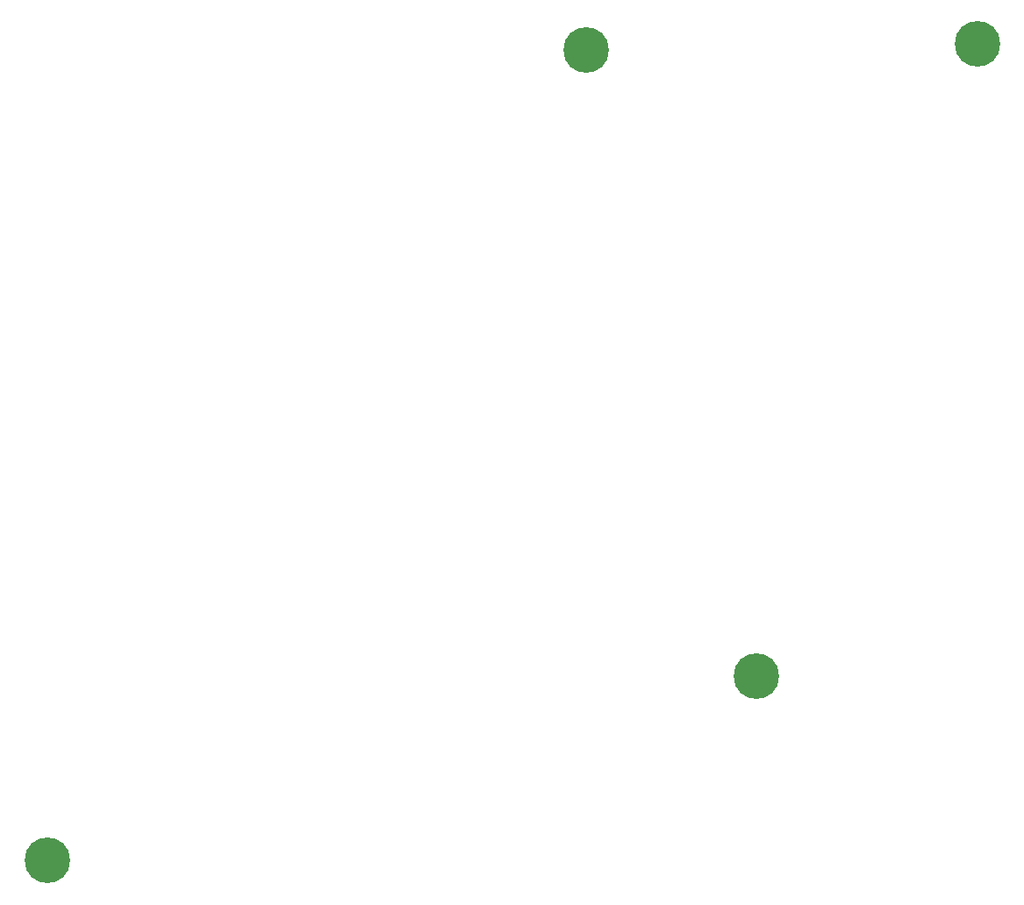
<source format=gbr>
%TF.GenerationSoftware,KiCad,Pcbnew,9.0.2-9.0.2-0~ubuntu24.04.1*%
%TF.CreationDate,2025-07-03T20:08:42-04:00*%
%TF.ProjectId,raw split bottom,72617720-7370-46c6-9974-20626f74746f,rev?*%
%TF.SameCoordinates,Original*%
%TF.FileFunction,Copper,L1,Top*%
%TF.FilePolarity,Positive*%
%FSLAX46Y46*%
G04 Gerber Fmt 4.6, Leading zero omitted, Abs format (unit mm)*
G04 Created by KiCad (PCBNEW 9.0.2-9.0.2-0~ubuntu24.04.1) date 2025-07-03 20:08:42*
%MOMM*%
%LPD*%
G01*
G04 APERTURE LIST*
%TA.AperFunction,ComponentPad*%
%ADD10C,0.700000*%
%TD*%
%TA.AperFunction,ComponentPad*%
%ADD11C,4.400000*%
%TD*%
G04 APERTURE END LIST*
D10*
%TO.P,  ,1*%
%TO.N,N/C*%
X154830000Y-67780000D03*
X155313274Y-66613274D03*
X155313274Y-68946726D03*
X156480000Y-66130000D03*
D11*
X156480000Y-67780000D03*
D10*
X156480000Y-69430000D03*
X157646726Y-66613274D03*
X157646726Y-68946726D03*
X158130000Y-67780000D03*
%TD*%
%TO.P,  ,1*%
%TO.N,N/C*%
X171290000Y-128190000D03*
X171773274Y-127023274D03*
X171773274Y-129356726D03*
X172940000Y-126540000D03*
D11*
X172940000Y-128190000D03*
D10*
X172940000Y-129840000D03*
X174106726Y-127023274D03*
X174106726Y-129356726D03*
X174590000Y-128190000D03*
%TD*%
%TO.P,  ,1*%
%TO.N,N/C*%
X102840000Y-146030000D03*
X103323274Y-144863274D03*
X103323274Y-147196726D03*
X104490000Y-144380000D03*
D11*
X104490000Y-146030000D03*
D10*
X104490000Y-147680000D03*
X105656726Y-144863274D03*
X105656726Y-147196726D03*
X106140000Y-146030000D03*
%TD*%
%TO.P,  ,1*%
%TO.N,N/C*%
X192570000Y-67170000D03*
X193053274Y-66003274D03*
X193053274Y-68336726D03*
X194220000Y-65520000D03*
D11*
X194220000Y-67170000D03*
D10*
X194220000Y-68820000D03*
X195386726Y-66003274D03*
X195386726Y-68336726D03*
X195870000Y-67170000D03*
%TD*%
M02*

</source>
